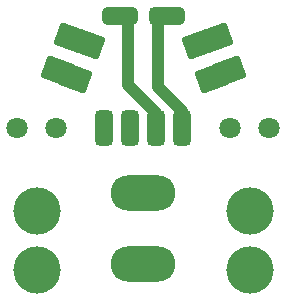
<source format=gbr>
%TF.GenerationSoftware,KiCad,Pcbnew,(6.0.5)*%
%TF.CreationDate,2022-11-23T01:52:27-05:00*%
%TF.ProjectId,Eggman3,4567676d-616e-4332-9e6b-696361645f70,rev?*%
%TF.SameCoordinates,Original*%
%TF.FileFunction,Copper,L1,Top*%
%TF.FilePolarity,Positive*%
%FSLAX46Y46*%
G04 Gerber Fmt 4.6, Leading zero omitted, Abs format (unit mm)*
G04 Created by KiCad (PCBNEW (6.0.5)) date 2022-11-23 01:52:27*
%MOMM*%
%LPD*%
G01*
G04 APERTURE LIST*
G04 Aperture macros list*
%AMRoundRect*
0 Rectangle with rounded corners*
0 $1 Rounding radius*
0 $2 $3 $4 $5 $6 $7 $8 $9 X,Y pos of 4 corners*
0 Add a 4 corners polygon primitive as box body*
4,1,4,$2,$3,$4,$5,$6,$7,$8,$9,$2,$3,0*
0 Add four circle primitives for the rounded corners*
1,1,$1+$1,$2,$3*
1,1,$1+$1,$4,$5*
1,1,$1+$1,$6,$7*
1,1,$1+$1,$8,$9*
0 Add four rect primitives between the rounded corners*
20,1,$1+$1,$2,$3,$4,$5,0*
20,1,$1+$1,$4,$5,$6,$7,0*
20,1,$1+$1,$6,$7,$8,$9,0*
20,1,$1+$1,$8,$9,$2,$3,0*%
G04 Aperture macros list end*
%TA.AperFunction,ComponentPad*%
%ADD10C,1.800000*%
%TD*%
%TA.AperFunction,ComponentPad*%
%ADD11RoundRect,0.200000X-1.260293X0.392633X-0.713061X-1.110875X1.260293X-0.392633X0.713061X1.110875X0*%
%TD*%
%TA.AperFunction,ComponentPad*%
%ADD12RoundRect,0.200000X1.260293X-0.392633X0.713061X1.110875X-1.260293X0.392633X-0.713061X-1.110875X0*%
%TD*%
%TA.AperFunction,ComponentPad*%
%ADD13RoundRect,0.200000X-0.713061X1.110875X-1.260293X-0.392633X0.713061X-1.110875X1.260293X0.392633X0*%
%TD*%
%TA.AperFunction,ComponentPad*%
%ADD14RoundRect,0.200000X0.713061X-1.110875X1.260293X0.392633X-0.713061X1.110875X-1.260293X-0.392633X0*%
%TD*%
%TA.AperFunction,ComponentPad*%
%ADD15C,4.000000*%
%TD*%
%TA.AperFunction,ComponentPad*%
%ADD16RoundRect,1.500000X1.250000X0.000000X1.250000X0.000000X-1.250000X0.000000X-1.250000X0.000000X0*%
%TD*%
%TA.AperFunction,ComponentPad*%
%ADD17RoundRect,0.375000X-0.375000X-0.375000X0.375000X-0.375000X0.375000X0.375000X-0.375000X0.375000X0*%
%TD*%
%TA.AperFunction,SMDPad,CuDef*%
%ADD18RoundRect,0.375000X-0.375000X-1.125000X0.375000X-1.125000X0.375000X1.125000X-0.375000X1.125000X0*%
%TD*%
%TA.AperFunction,ComponentPad*%
%ADD19RoundRect,0.375000X-0.375000X0.375000X-0.375000X-0.375000X0.375000X-0.375000X0.375000X0.375000X0*%
%TD*%
%TA.AperFunction,SMDPad,CuDef*%
%ADD20RoundRect,0.375000X-1.125000X0.375000X-1.125000X-0.375000X1.125000X-0.375000X1.125000X0.375000X0*%
%TD*%
%TA.AperFunction,ComponentPad*%
%ADD21RoundRect,0.375000X0.375000X-0.375000X0.375000X0.375000X-0.375000X0.375000X-0.375000X-0.375000X0*%
%TD*%
%TA.AperFunction,SMDPad,CuDef*%
%ADD22RoundRect,0.375000X1.125000X-0.375000X1.125000X0.375000X-1.125000X0.375000X-1.125000X-0.375000X0*%
%TD*%
%TA.AperFunction,Conductor*%
%ADD23C,1.000000*%
%TD*%
G04 APERTURE END LIST*
D10*
%TO.P,C2,1*%
%TO.N,VDD*%
X-10650000Y15000000D03*
%TO.P,C2,2*%
%TO.N,GND*%
X-7350000Y15000000D03*
%TD*%
%TO.P,C1,1*%
%TO.N,VDD*%
X7350000Y15000000D03*
%TO.P,C1,2*%
%TO.N,GND*%
X10650000Y15000000D03*
%TD*%
D11*
%TO.P,J11,1,Pin_1*%
%TO.N,VDD*%
X6198566Y22694079D03*
D12*
X4758957Y22170104D03*
D11*
%TO.P,J11,2,Pin_2*%
%TO.N,GND*%
X7241043Y19829896D03*
D12*
X5801434Y19305921D03*
%TD*%
D13*
%TO.P,J10,1,Pin_1*%
%TO.N,GND*%
X-4718923Y22170104D03*
D14*
X-6158532Y22694079D03*
D13*
%TO.P,J10,2,Pin_2*%
%TO.N,VDD*%
X-5761400Y19305921D03*
D14*
X-7201010Y19829896D03*
%TD*%
D15*
%TO.P,J9,1,Pin_1*%
%TO.N,GND*%
X-9000000Y8000000D03*
%TO.P,J9,2,Pin_2*%
%TO.N,Net-(J8-Pad1)*%
X-9000000Y3000000D03*
%TD*%
%TO.P,J8,1,Pin_1*%
%TO.N,Net-(J8-Pad1)*%
X9000000Y3000000D03*
%TO.P,J8,2,Pin_2*%
%TO.N,Net-(J7-Pad1)*%
X9000000Y8000000D03*
%TD*%
D16*
%TO.P,J7,1,Pin_1*%
%TO.N,Net-(J7-Pad1)*%
X0Y3500000D03*
%TO.P,J7,2,Pin_2*%
%TO.N,VDD*%
X0Y9500000D03*
%TD*%
D17*
%TO.P,J4,1,Pin_1*%
%TO.N,GND*%
X-3300000Y14250000D03*
D18*
X-3300000Y15000000D03*
%TD*%
D17*
%TO.P,J3,1,Pin_1*%
%TO.N,VDD*%
X-1100000Y14250000D03*
D18*
X-1100000Y15000000D03*
%TD*%
D19*
%TO.P,J2,1,Pin_1*%
%TO.N,PPM_B*%
X1250000Y24500000D03*
D20*
X2000000Y24500000D03*
%TD*%
D17*
%TO.P,J1,1,Pin_1*%
%TO.N,PPM_F*%
X1100000Y14250000D03*
D18*
X1100000Y15000000D03*
%TD*%
D17*
%TO.P,J6,1,Pin_1*%
%TO.N,PPM_B*%
X3300000Y14250000D03*
D18*
X3300000Y15000000D03*
%TD*%
D21*
%TO.P,J5,1,Pin_1*%
%TO.N,PPM_F*%
X-1250000Y24500000D03*
D22*
X-2000000Y24500000D03*
%TD*%
D23*
%TO.N,PPM_B*%
X1250000Y18500000D02*
X1250000Y24500000D01*
X3300000Y16450000D02*
X1250000Y18500000D01*
X3300000Y14250000D02*
X3300000Y16450000D01*
%TO.N,PPM_F*%
X-1250000Y18687500D02*
X-1250000Y24500000D01*
X1100000Y16337500D02*
X-1250000Y18687500D01*
X1100000Y14250000D02*
X1100000Y16337500D01*
%TD*%
M02*

</source>
